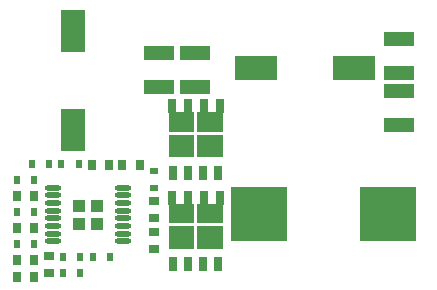
<source format=gtp>
G04 Layer_Color=8421504*
%FSAX44Y44*%
%MOMM*%
G71*
G01*
G75*
G04:AMPARAMS|DCode=10|XSize=4.6mm|YSize=4.7mm|CornerRadius=0.023mm|HoleSize=0mm|Usage=FLASHONLY|Rotation=90.000|XOffset=0mm|YOffset=0mm|HoleType=Round|Shape=RoundedRectangle|*
%AMROUNDEDRECTD10*
21,1,4.6000,4.6540,0,0,90.0*
21,1,4.5540,4.7000,0,0,90.0*
1,1,0.0460,2.3270,2.2770*
1,1,0.0460,2.3270,-2.2770*
1,1,0.0460,-2.3270,-2.2770*
1,1,0.0460,-2.3270,2.2770*
%
%ADD10ROUNDEDRECTD10*%
G04:AMPARAMS|DCode=11|XSize=2.55mm|YSize=1.2mm|CornerRadius=0.006mm|HoleSize=0mm|Usage=FLASHONLY|Rotation=180.000|XOffset=0mm|YOffset=0mm|HoleType=Round|Shape=RoundedRectangle|*
%AMROUNDEDRECTD11*
21,1,2.5500,1.1880,0,0,180.0*
21,1,2.5380,1.2000,0,0,180.0*
1,1,0.0120,-1.2690,0.5940*
1,1,0.0120,1.2690,0.5940*
1,1,0.0120,1.2690,-0.5940*
1,1,0.0120,-1.2690,-0.5940*
%
%ADD11ROUNDEDRECTD11*%
G04:AMPARAMS|DCode=12|XSize=0.75mm|YSize=0.5mm|CornerRadius=0.0025mm|HoleSize=0mm|Usage=FLASHONLY|Rotation=0.000|XOffset=0mm|YOffset=0mm|HoleType=Round|Shape=RoundedRectangle|*
%AMROUNDEDRECTD12*
21,1,0.7500,0.4950,0,0,0.0*
21,1,0.7450,0.5000,0,0,0.0*
1,1,0.0050,0.3725,-0.2475*
1,1,0.0050,-0.3725,-0.2475*
1,1,0.0050,-0.3725,0.2475*
1,1,0.0050,0.3725,0.2475*
%
%ADD12ROUNDEDRECTD12*%
G04:AMPARAMS|DCode=13|XSize=0.75mm|YSize=0.5mm|CornerRadius=0.0025mm|HoleSize=0mm|Usage=FLASHONLY|Rotation=90.000|XOffset=0mm|YOffset=0mm|HoleType=Round|Shape=RoundedRectangle|*
%AMROUNDEDRECTD13*
21,1,0.7500,0.4950,0,0,90.0*
21,1,0.7450,0.5000,0,0,90.0*
1,1,0.0050,0.2475,0.3725*
1,1,0.0050,0.2475,-0.3725*
1,1,0.0050,-0.2475,-0.3725*
1,1,0.0050,-0.2475,0.3725*
%
%ADD13ROUNDEDRECTD13*%
G04:AMPARAMS|DCode=14|XSize=0.85mm|YSize=0.6mm|CornerRadius=0.003mm|HoleSize=0mm|Usage=FLASHONLY|Rotation=180.000|XOffset=0mm|YOffset=0mm|HoleType=Round|Shape=RoundedRectangle|*
%AMROUNDEDRECTD14*
21,1,0.8500,0.5940,0,0,180.0*
21,1,0.8440,0.6000,0,0,180.0*
1,1,0.0060,-0.4220,0.2970*
1,1,0.0060,0.4220,0.2970*
1,1,0.0060,0.4220,-0.2970*
1,1,0.0060,-0.4220,-0.2970*
%
%ADD14ROUNDEDRECTD14*%
G04:AMPARAMS|DCode=15|XSize=0.85mm|YSize=0.6mm|CornerRadius=0.003mm|HoleSize=0mm|Usage=FLASHONLY|Rotation=90.000|XOffset=0mm|YOffset=0mm|HoleType=Round|Shape=RoundedRectangle|*
%AMROUNDEDRECTD15*
21,1,0.8500,0.5940,0,0,90.0*
21,1,0.8440,0.6000,0,0,90.0*
1,1,0.0060,0.2970,0.4220*
1,1,0.0060,0.2970,-0.4220*
1,1,0.0060,-0.2970,-0.4220*
1,1,0.0060,-0.2970,0.4220*
%
%ADD15ROUNDEDRECTD15*%
G04:AMPARAMS|DCode=16|XSize=2.1mm|YSize=3.6mm|CornerRadius=0.0105mm|HoleSize=0mm|Usage=FLASHONLY|Rotation=180.000|XOffset=0mm|YOffset=0mm|HoleType=Round|Shape=RoundedRectangle|*
%AMROUNDEDRECTD16*
21,1,2.1000,3.5790,0,0,180.0*
21,1,2.0790,3.6000,0,0,180.0*
1,1,0.0210,-1.0395,1.7895*
1,1,0.0210,1.0395,1.7895*
1,1,0.0210,1.0395,-1.7895*
1,1,0.0210,-1.0395,-1.7895*
%
%ADD16ROUNDEDRECTD16*%
G04:AMPARAMS|DCode=17|XSize=2.1mm|YSize=3.6mm|CornerRadius=0.0105mm|HoleSize=0mm|Usage=FLASHONLY|Rotation=270.000|XOffset=0mm|YOffset=0mm|HoleType=Round|Shape=RoundedRectangle|*
%AMROUNDEDRECTD17*
21,1,2.1000,3.5790,0,0,270.0*
21,1,2.0790,3.6000,0,0,270.0*
1,1,0.0210,-1.7895,-1.0395*
1,1,0.0210,-1.7895,1.0395*
1,1,0.0210,1.7895,1.0395*
1,1,0.0210,1.7895,-1.0395*
%
%ADD17ROUNDEDRECTD17*%
%ADD18O,1.4000X0.4500*%
G04:AMPARAMS|DCode=19|XSize=1.1mm|YSize=1.1mm|CornerRadius=0.0055mm|HoleSize=0mm|Usage=FLASHONLY|Rotation=270.000|XOffset=0mm|YOffset=0mm|HoleType=Round|Shape=RoundedRectangle|*
%AMROUNDEDRECTD19*
21,1,1.1000,1.0890,0,0,270.0*
21,1,1.0890,1.1000,0,0,270.0*
1,1,0.0110,-0.5445,-0.5445*
1,1,0.0110,-0.5445,0.5445*
1,1,0.0110,0.5445,0.5445*
1,1,0.0110,0.5445,-0.5445*
%
%ADD19ROUNDEDRECTD19*%
G04:AMPARAMS|DCode=20|XSize=0.65mm|YSize=1.2mm|CornerRadius=0.0033mm|HoleSize=0mm|Usage=FLASHONLY|Rotation=0.000|XOffset=0mm|YOffset=0mm|HoleType=Round|Shape=RoundedRectangle|*
%AMROUNDEDRECTD20*
21,1,0.6500,1.1935,0,0,0.0*
21,1,0.6435,1.2000,0,0,0.0*
1,1,0.0065,0.3217,-0.5968*
1,1,0.0065,-0.3217,-0.5968*
1,1,0.0065,-0.3217,0.5968*
1,1,0.0065,0.3217,0.5968*
%
%ADD20ROUNDEDRECTD20*%
G36*
X06938616Y08552244D02*
X06938616Y08535734D01*
X06917026Y08535734D01*
X06917026Y08552244D01*
X06938616Y08552244D01*
D02*
G37*
G36*
X06914487D02*
X06914487Y08535734D01*
X06892897Y08535734D01*
X06892897Y08552244D01*
X06914487Y08552244D01*
D02*
G37*
G36*
X06938616Y08533193D02*
X06938616Y08514144D01*
X06917026Y08514144D01*
X06917026Y08533193D01*
X06938616Y08533193D01*
D02*
G37*
G36*
X06914487D02*
X06914487Y08514144D01*
X06892897Y08514144D01*
X06892897Y08533193D01*
X06914487Y08533193D01*
D02*
G37*
G36*
X06938616Y08474781D02*
X06938616Y08458271D01*
X06917026Y08458271D01*
X06917026Y08474781D01*
X06938616Y08474781D01*
D02*
G37*
G36*
X06914487D02*
X06914487Y08458271D01*
X06892897Y08458271D01*
X06892897Y08474781D01*
X06914487Y08474781D01*
D02*
G37*
G36*
X06938616Y08455731D02*
X06938616Y08436681D01*
X06917026Y08436681D01*
X06917026Y08455731D01*
X06938616Y08455731D01*
D02*
G37*
G36*
X06914487D02*
X06914487Y08436681D01*
X06892897Y08436681D01*
X06892897Y08455731D01*
X06914487Y08455731D01*
D02*
G37*
D10*
X07078467Y08466500D02*
D03*
X06969307D02*
D03*
D11*
X07088108Y08570059D02*
D03*
Y08541558D02*
D03*
X07088108Y08585617D02*
D03*
Y08614117D02*
D03*
X06915250Y08573934D02*
D03*
Y08602434D02*
D03*
X06884208Y08573934D02*
D03*
Y08602434D02*
D03*
D12*
X06880464Y08502504D02*
D03*
Y08488004D02*
D03*
D13*
X06803542Y08429669D02*
D03*
X06818043D02*
D03*
X06843085Y08429669D02*
D03*
X06828585D02*
D03*
X06803542Y08416626D02*
D03*
X06818043D02*
D03*
X06801998Y08508303D02*
D03*
X06816498D02*
D03*
X06776955D02*
D03*
X06791455D02*
D03*
X06763958Y08467571D02*
D03*
X06778458D02*
D03*
X06763958Y08440486D02*
D03*
X06778458D02*
D03*
X06763958Y08494656D02*
D03*
X06778458D02*
D03*
D14*
X06791250Y08415919D02*
D03*
Y08430419D02*
D03*
X06880464Y08436418D02*
D03*
Y08450919D02*
D03*
Y08462461D02*
D03*
Y08476961D02*
D03*
D15*
X06853583Y08507476D02*
D03*
X06868083D02*
D03*
X06827540Y08507803D02*
D03*
X06842040D02*
D03*
X06763958Y08454028D02*
D03*
X06778458D02*
D03*
X06763958Y08426943D02*
D03*
X06778458D02*
D03*
X06763958Y08481113D02*
D03*
X06778458D02*
D03*
X06763958Y08412901D02*
D03*
X06778458D02*
D03*
D16*
X06812000Y08620854D02*
D03*
Y08537354D02*
D03*
D17*
X07050057Y08589559D02*
D03*
X06966557D02*
D03*
D18*
X06854250Y08442961D02*
D03*
Y08449461D02*
D03*
Y08455961D02*
D03*
Y08462461D02*
D03*
Y08468961D02*
D03*
Y08475461D02*
D03*
Y08481961D02*
D03*
Y08488461D02*
D03*
X06795250Y08442961D02*
D03*
Y08449461D02*
D03*
Y08455961D02*
D03*
Y08462461D02*
D03*
Y08468961D02*
D03*
Y08475461D02*
D03*
Y08481961D02*
D03*
Y08488461D02*
D03*
D19*
X06817130Y08458091D02*
D03*
Y08473331D02*
D03*
X06832370Y08458091D02*
D03*
Y08473331D02*
D03*
D20*
X06895690Y08557324D02*
D03*
X06909153D02*
D03*
X06922361D02*
D03*
X06935823D02*
D03*
X06934807Y08501133D02*
D03*
X06922106D02*
D03*
X06909407D02*
D03*
X06896707D02*
D03*
X06895690Y08479861D02*
D03*
X06909153D02*
D03*
X06922361D02*
D03*
X06935823D02*
D03*
X06934807Y08423671D02*
D03*
X06922106D02*
D03*
X06909407D02*
D03*
X06896707D02*
D03*
M02*

</source>
